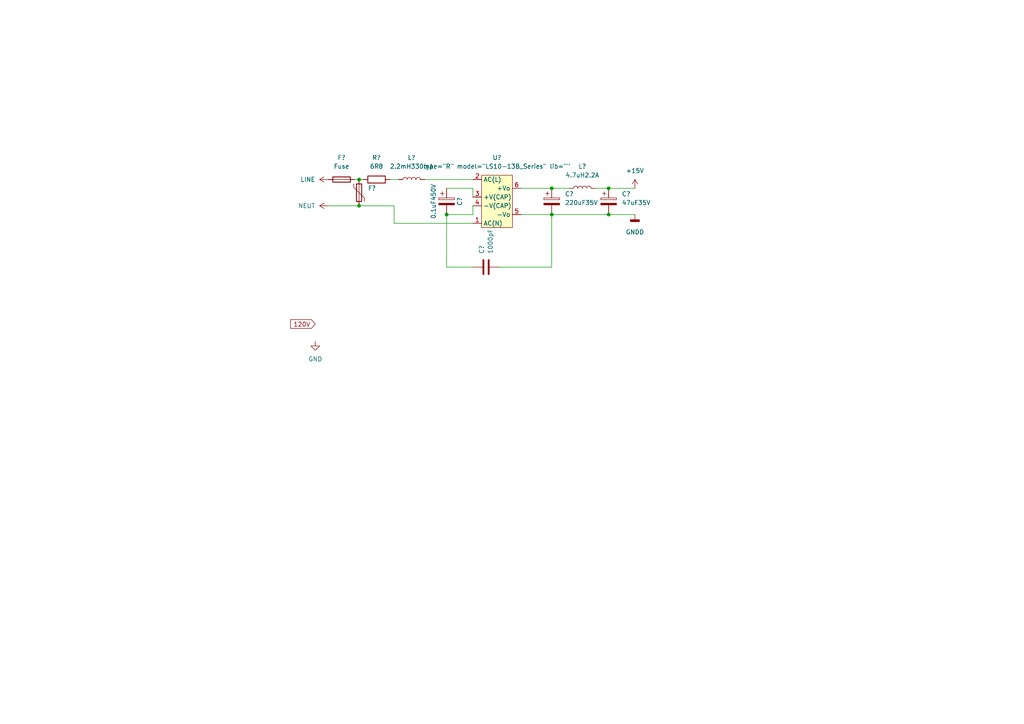
<source format=kicad_sch>
(kicad_sch (version 20211123) (generator eeschema)

  (uuid 5351dcba-0af2-4735-b476-123c2e2acf45)

  (paper "A4")

  (lib_symbols
    (symbol "Converter_ACDC:LS10-13B_Series" (in_bom yes) (on_board yes)
      (property "Reference" "U" (id 0) (at -7.62 -6.35 0)
        (effects (font (size 1.27 1.27)))
      )
      (property "Value" "LS10-13B_Series" (id 1) (at -12.7 8.89 0)
        (effects (font (size 1.27 1.27)))
      )
      (property "Footprint" "Converter_ACDC:Converter_ACDC_Mornsun_LS03-13B_series" (id 2) (at -17.78 20.32 0)
        (effects (font (size 1.27 1.27)) hide)
      )
      (property "Datasheet" "https://www.mornsun-power.com/html/pdf/LS10-13B15R3.html" (id 3) (at -15.24 16.51 0)
        (effects (font (size 1.27 1.27)) hide)
      )
      (property "Spice_Primitive" "R" (id 4) (at -7.62 -11.43 0)
        (effects (font (size 1.27 1.27)) hide)
      )
      (property "Spice_Netlist_Enabled" "N" (id 5) (at -7.62 -8.89 0)
        (effects (font (size 1.27 1.27)) hide)
      )
      (property "Link" "https://www.digikey.com/en/products/detail/mornsun-america-llc/LS10-13B15R3/13531094" (id 6) (at -16.51 12.7 0)
        (effects (font (size 1.27 1.27)) hide)
      )
      (symbol "LS10-13B_Series_0_1"
        (rectangle (start -17.78 7.62) (end -8.89 -7.62)
          (stroke (width 0) (type default) (color 0 0 0 0))
          (fill (type background))
        )
      )
      (symbol "LS10-13B_Series_1_1"
        (pin power_in line (at -20.32 -6.35 0) (length 2.54)
          (name "AC(N)" (effects (font (size 1.27 1.27))))
          (number "1" (effects (font (size 1.27 1.27))))
        )
        (pin power_in line (at -20.32 6.35 0) (length 2.54)
          (name "AC(L)" (effects (font (size 1.27 1.27))))
          (number "2" (effects (font (size 1.27 1.27))))
        )
        (pin passive line (at -20.32 1.27 0) (length 2.54)
          (name "+V(CAP)" (effects (font (size 1.27 1.27))))
          (number "3" (effects (font (size 1.27 1.27))))
        )
        (pin passive line (at -20.32 -1.27 0) (length 2.54)
          (name "-V(CAP)" (effects (font (size 1.27 1.27))))
          (number "4" (effects (font (size 1.27 1.27))))
        )
        (pin power_out line (at -6.35 -3.81 180) (length 2.54)
          (name "-Vo" (effects (font (size 1.27 1.27))))
          (number "5" (effects (font (size 1.27 1.27))))
        )
        (pin power_out line (at -6.35 3.81 180) (length 2.54)
          (name "+Vo" (effects (font (size 1.27 1.27))))
          (number "6" (effects (font (size 1.27 1.27))))
        )
      )
    )
    (symbol "Device:C" (pin_numbers hide) (pin_names (offset 0.254)) (in_bom yes) (on_board yes)
      (property "Reference" "C" (id 0) (at 0.635 2.54 0)
        (effects (font (size 1.27 1.27)) (justify left))
      )
      (property "Value" "C" (id 1) (at 0.635 -2.54 0)
        (effects (font (size 1.27 1.27)) (justify left))
      )
      (property "Footprint" "" (id 2) (at 0.9652 -3.81 0)
        (effects (font (size 1.27 1.27)) hide)
      )
      (property "Datasheet" "~" (id 3) (at 0 0 0)
        (effects (font (size 1.27 1.27)) hide)
      )
      (property "ki_keywords" "cap capacitor" (id 4) (at 0 0 0)
        (effects (font (size 1.27 1.27)) hide)
      )
      (property "ki_description" "Unpolarized capacitor" (id 5) (at 0 0 0)
        (effects (font (size 1.27 1.27)) hide)
      )
      (property "ki_fp_filters" "C_*" (id 6) (at 0 0 0)
        (effects (font (size 1.27 1.27)) hide)
      )
      (symbol "C_0_1"
        (polyline
          (pts
            (xy -2.032 -0.762)
            (xy 2.032 -0.762)
          )
          (stroke (width 0.508) (type default) (color 0 0 0 0))
          (fill (type none))
        )
        (polyline
          (pts
            (xy -2.032 0.762)
            (xy 2.032 0.762)
          )
          (stroke (width 0.508) (type default) (color 0 0 0 0))
          (fill (type none))
        )
      )
      (symbol "C_1_1"
        (pin passive line (at 0 3.81 270) (length 2.794)
          (name "~" (effects (font (size 1.27 1.27))))
          (number "1" (effects (font (size 1.27 1.27))))
        )
        (pin passive line (at 0 -3.81 90) (length 2.794)
          (name "~" (effects (font (size 1.27 1.27))))
          (number "2" (effects (font (size 1.27 1.27))))
        )
      )
    )
    (symbol "Device:C_Polarized" (pin_numbers hide) (pin_names (offset 0.254)) (in_bom yes) (on_board yes)
      (property "Reference" "C" (id 0) (at 0.635 2.54 0)
        (effects (font (size 1.27 1.27)) (justify left))
      )
      (property "Value" "C_Polarized" (id 1) (at 0.635 -2.54 0)
        (effects (font (size 1.27 1.27)) (justify left))
      )
      (property "Footprint" "" (id 2) (at 0.9652 -3.81 0)
        (effects (font (size 1.27 1.27)) hide)
      )
      (property "Datasheet" "~" (id 3) (at 0 0 0)
        (effects (font (size 1.27 1.27)) hide)
      )
      (property "ki_keywords" "cap capacitor" (id 4) (at 0 0 0)
        (effects (font (size 1.27 1.27)) hide)
      )
      (property "ki_description" "Polarized capacitor" (id 5) (at 0 0 0)
        (effects (font (size 1.27 1.27)) hide)
      )
      (property "ki_fp_filters" "CP_*" (id 6) (at 0 0 0)
        (effects (font (size 1.27 1.27)) hide)
      )
      (symbol "C_Polarized_0_1"
        (rectangle (start -2.286 0.508) (end 2.286 1.016)
          (stroke (width 0) (type default) (color 0 0 0 0))
          (fill (type none))
        )
        (polyline
          (pts
            (xy -1.778 2.286)
            (xy -0.762 2.286)
          )
          (stroke (width 0) (type default) (color 0 0 0 0))
          (fill (type none))
        )
        (polyline
          (pts
            (xy -1.27 2.794)
            (xy -1.27 1.778)
          )
          (stroke (width 0) (type default) (color 0 0 0 0))
          (fill (type none))
        )
        (rectangle (start 2.286 -0.508) (end -2.286 -1.016)
          (stroke (width 0) (type default) (color 0 0 0 0))
          (fill (type outline))
        )
      )
      (symbol "C_Polarized_1_1"
        (pin passive line (at 0 3.81 270) (length 2.794)
          (name "~" (effects (font (size 1.27 1.27))))
          (number "1" (effects (font (size 1.27 1.27))))
        )
        (pin passive line (at 0 -3.81 90) (length 2.794)
          (name "~" (effects (font (size 1.27 1.27))))
          (number "2" (effects (font (size 1.27 1.27))))
        )
      )
    )
    (symbol "Device:Fuse" (pin_numbers hide) (pin_names (offset 0)) (in_bom yes) (on_board yes)
      (property "Reference" "F" (id 0) (at 2.032 0 90)
        (effects (font (size 1.27 1.27)))
      )
      (property "Value" "Fuse" (id 1) (at -1.905 0 90)
        (effects (font (size 1.27 1.27)))
      )
      (property "Footprint" "" (id 2) (at -1.778 0 90)
        (effects (font (size 1.27 1.27)) hide)
      )
      (property "Datasheet" "~" (id 3) (at 0 0 0)
        (effects (font (size 1.27 1.27)) hide)
      )
      (property "ki_keywords" "fuse" (id 4) (at 0 0 0)
        (effects (font (size 1.27 1.27)) hide)
      )
      (property "ki_description" "Fuse" (id 5) (at 0 0 0)
        (effects (font (size 1.27 1.27)) hide)
      )
      (property "ki_fp_filters" "*Fuse*" (id 6) (at 0 0 0)
        (effects (font (size 1.27 1.27)) hide)
      )
      (symbol "Fuse_0_1"
        (rectangle (start -0.762 -2.54) (end 0.762 2.54)
          (stroke (width 0.254) (type default) (color 0 0 0 0))
          (fill (type none))
        )
        (polyline
          (pts
            (xy 0 2.54)
            (xy 0 -2.54)
          )
          (stroke (width 0) (type default) (color 0 0 0 0))
          (fill (type none))
        )
      )
      (symbol "Fuse_1_1"
        (pin passive line (at 0 3.81 270) (length 1.27)
          (name "~" (effects (font (size 1.27 1.27))))
          (number "1" (effects (font (size 1.27 1.27))))
        )
        (pin passive line (at 0 -3.81 90) (length 1.27)
          (name "~" (effects (font (size 1.27 1.27))))
          (number "2" (effects (font (size 1.27 1.27))))
        )
      )
    )
    (symbol "Device:L" (pin_numbers hide) (pin_names (offset 1.016) hide) (in_bom yes) (on_board yes)
      (property "Reference" "L" (id 0) (at -1.27 0 90)
        (effects (font (size 1.27 1.27)))
      )
      (property "Value" "L" (id 1) (at 1.905 0 90)
        (effects (font (size 1.27 1.27)))
      )
      (property "Footprint" "" (id 2) (at 0 0 0)
        (effects (font (size 1.27 1.27)) hide)
      )
      (property "Datasheet" "~" (id 3) (at 0 0 0)
        (effects (font (size 1.27 1.27)) hide)
      )
      (property "ki_keywords" "inductor choke coil reactor magnetic" (id 4) (at 0 0 0)
        (effects (font (size 1.27 1.27)) hide)
      )
      (property "ki_description" "Inductor" (id 5) (at 0 0 0)
        (effects (font (size 1.27 1.27)) hide)
      )
      (property "ki_fp_filters" "Choke_* *Coil* Inductor_* L_*" (id 6) (at 0 0 0)
        (effects (font (size 1.27 1.27)) hide)
      )
      (symbol "L_0_1"
        (arc (start 0 -2.54) (mid 0.635 -1.905) (end 0 -1.27)
          (stroke (width 0) (type default) (color 0 0 0 0))
          (fill (type none))
        )
        (arc (start 0 -1.27) (mid 0.635 -0.635) (end 0 0)
          (stroke (width 0) (type default) (color 0 0 0 0))
          (fill (type none))
        )
        (arc (start 0 0) (mid 0.635 0.635) (end 0 1.27)
          (stroke (width 0) (type default) (color 0 0 0 0))
          (fill (type none))
        )
        (arc (start 0 1.27) (mid 0.635 1.905) (end 0 2.54)
          (stroke (width 0) (type default) (color 0 0 0 0))
          (fill (type none))
        )
      )
      (symbol "L_1_1"
        (pin passive line (at 0 3.81 270) (length 1.27)
          (name "1" (effects (font (size 1.27 1.27))))
          (number "1" (effects (font (size 1.27 1.27))))
        )
        (pin passive line (at 0 -3.81 90) (length 1.27)
          (name "2" (effects (font (size 1.27 1.27))))
          (number "2" (effects (font (size 1.27 1.27))))
        )
      )
    )
    (symbol "Device:Polyfuse" (pin_numbers hide) (pin_names (offset 0)) (in_bom yes) (on_board yes)
      (property "Reference" "F" (id 0) (at -2.54 0 90)
        (effects (font (size 1.27 1.27)))
      )
      (property "Value" "Polyfuse" (id 1) (at 2.54 0 90)
        (effects (font (size 1.27 1.27)))
      )
      (property "Footprint" "" (id 2) (at 1.27 -5.08 0)
        (effects (font (size 1.27 1.27)) (justify left) hide)
      )
      (property "Datasheet" "~" (id 3) (at 0 0 0)
        (effects (font (size 1.27 1.27)) hide)
      )
      (property "ki_keywords" "resettable fuse PTC PPTC polyfuse polyswitch" (id 4) (at 0 0 0)
        (effects (font (size 1.27 1.27)) hide)
      )
      (property "ki_description" "Resettable fuse, polymeric positive temperature coefficient" (id 5) (at 0 0 0)
        (effects (font (size 1.27 1.27)) hide)
      )
      (property "ki_fp_filters" "*polyfuse* *PTC*" (id 6) (at 0 0 0)
        (effects (font (size 1.27 1.27)) hide)
      )
      (symbol "Polyfuse_0_1"
        (rectangle (start -0.762 2.54) (end 0.762 -2.54)
          (stroke (width 0.254) (type default) (color 0 0 0 0))
          (fill (type none))
        )
        (polyline
          (pts
            (xy 0 2.54)
            (xy 0 -2.54)
          )
          (stroke (width 0) (type default) (color 0 0 0 0))
          (fill (type none))
        )
        (polyline
          (pts
            (xy -1.524 2.54)
            (xy -1.524 1.524)
            (xy 1.524 -1.524)
            (xy 1.524 -2.54)
          )
          (stroke (width 0) (type default) (color 0 0 0 0))
          (fill (type none))
        )
      )
      (symbol "Polyfuse_1_1"
        (pin passive line (at 0 3.81 270) (length 1.27)
          (name "~" (effects (font (size 1.27 1.27))))
          (number "1" (effects (font (size 1.27 1.27))))
        )
        (pin passive line (at 0 -3.81 90) (length 1.27)
          (name "~" (effects (font (size 1.27 1.27))))
          (number "2" (effects (font (size 1.27 1.27))))
        )
      )
    )
    (symbol "Device:R" (pin_numbers hide) (pin_names (offset 0)) (in_bom yes) (on_board yes)
      (property "Reference" "R" (id 0) (at 2.032 0 90)
        (effects (font (size 1.27 1.27)))
      )
      (property "Value" "R" (id 1) (at 0 0 90)
        (effects (font (size 1.27 1.27)))
      )
      (property "Footprint" "" (id 2) (at -1.778 0 90)
        (effects (font (size 1.27 1.27)) hide)
      )
      (property "Datasheet" "~" (id 3) (at 0 0 0)
        (effects (font (size 1.27 1.27)) hide)
      )
      (property "ki_keywords" "R res resistor" (id 4) (at 0 0 0)
        (effects (font (size 1.27 1.27)) hide)
      )
      (property "ki_description" "Resistor" (id 5) (at 0 0 0)
        (effects (font (size 1.27 1.27)) hide)
      )
      (property "ki_fp_filters" "R_*" (id 6) (at 0 0 0)
        (effects (font (size 1.27 1.27)) hide)
      )
      (symbol "R_0_1"
        (rectangle (start -1.016 -2.54) (end 1.016 2.54)
          (stroke (width 0.254) (type default) (color 0 0 0 0))
          (fill (type none))
        )
      )
      (symbol "R_1_1"
        (pin passive line (at 0 3.81 270) (length 1.27)
          (name "~" (effects (font (size 1.27 1.27))))
          (number "1" (effects (font (size 1.27 1.27))))
        )
        (pin passive line (at 0 -3.81 90) (length 1.27)
          (name "~" (effects (font (size 1.27 1.27))))
          (number "2" (effects (font (size 1.27 1.27))))
        )
      )
    )
    (symbol "power:+15V" (power) (pin_names (offset 0)) (in_bom yes) (on_board yes)
      (property "Reference" "#PWR" (id 0) (at 0 -3.81 0)
        (effects (font (size 1.27 1.27)) hide)
      )
      (property "Value" "+15V" (id 1) (at 0 3.556 0)
        (effects (font (size 1.27 1.27)))
      )
      (property "Footprint" "" (id 2) (at 0 0 0)
        (effects (font (size 1.27 1.27)) hide)
      )
      (property "Datasheet" "" (id 3) (at 0 0 0)
        (effects (font (size 1.27 1.27)) hide)
      )
      (property "ki_keywords" "power-flag" (id 4) (at 0 0 0)
        (effects (font (size 1.27 1.27)) hide)
      )
      (property "ki_description" "Power symbol creates a global label with name \"+15V\"" (id 5) (at 0 0 0)
        (effects (font (size 1.27 1.27)) hide)
      )
      (symbol "+15V_0_1"
        (polyline
          (pts
            (xy -0.762 1.27)
            (xy 0 2.54)
          )
          (stroke (width 0) (type default) (color 0 0 0 0))
          (fill (type none))
        )
        (polyline
          (pts
            (xy 0 0)
            (xy 0 2.54)
          )
          (stroke (width 0) (type default) (color 0 0 0 0))
          (fill (type none))
        )
        (polyline
          (pts
            (xy 0 2.54)
            (xy 0.762 1.27)
          )
          (stroke (width 0) (type default) (color 0 0 0 0))
          (fill (type none))
        )
      )
      (symbol "+15V_1_1"
        (pin power_in line (at 0 0 90) (length 0) hide
          (name "+15V" (effects (font (size 1.27 1.27))))
          (number "1" (effects (font (size 1.27 1.27))))
        )
      )
    )
    (symbol "power:GND" (power) (pin_names (offset 0)) (in_bom yes) (on_board yes)
      (property "Reference" "#PWR" (id 0) (at 0 -6.35 0)
        (effects (font (size 1.27 1.27)) hide)
      )
      (property "Value" "GND" (id 1) (at 0 -3.81 0)
        (effects (font (size 1.27 1.27)))
      )
      (property "Footprint" "" (id 2) (at 0 0 0)
        (effects (font (size 1.27 1.27)) hide)
      )
      (property "Datasheet" "" (id 3) (at 0 0 0)
        (effects (font (size 1.27 1.27)) hide)
      )
      (property "ki_keywords" "power-flag" (id 4) (at 0 0 0)
        (effects (font (size 1.27 1.27)) hide)
      )
      (property "ki_description" "Power symbol creates a global label with name \"GND\" , ground" (id 5) (at 0 0 0)
        (effects (font (size 1.27 1.27)) hide)
      )
      (symbol "GND_0_1"
        (polyline
          (pts
            (xy 0 0)
            (xy 0 -1.27)
            (xy 1.27 -1.27)
            (xy 0 -2.54)
            (xy -1.27 -1.27)
            (xy 0 -1.27)
          )
          (stroke (width 0) (type default) (color 0 0 0 0))
          (fill (type none))
        )
      )
      (symbol "GND_1_1"
        (pin power_in line (at 0 0 270) (length 0) hide
          (name "GND" (effects (font (size 1.27 1.27))))
          (number "1" (effects (font (size 1.27 1.27))))
        )
      )
    )
    (symbol "power:GNDD" (power) (pin_names (offset 0)) (in_bom yes) (on_board yes)
      (property "Reference" "#PWR" (id 0) (at 0 -6.35 0)
        (effects (font (size 1.27 1.27)) hide)
      )
      (property "Value" "GNDD" (id 1) (at 0 -3.175 0)
        (effects (font (size 1.27 1.27)))
      )
      (property "Footprint" "" (id 2) (at 0 0 0)
        (effects (font (size 1.27 1.27)) hide)
      )
      (property "Datasheet" "" (id 3) (at 0 0 0)
        (effects (font (size 1.27 1.27)) hide)
      )
      (property "ki_keywords" "power-flag" (id 4) (at 0 0 0)
        (effects (font (size 1.27 1.27)) hide)
      )
      (property "ki_description" "Power symbol creates a global label with name \"GNDD\" , digital ground" (id 5) (at 0 0 0)
        (effects (font (size 1.27 1.27)) hide)
      )
      (symbol "GNDD_0_1"
        (rectangle (start -1.27 -1.524) (end 1.27 -2.032)
          (stroke (width 0.254) (type default) (color 0 0 0 0))
          (fill (type outline))
        )
        (polyline
          (pts
            (xy 0 0)
            (xy 0 -1.524)
          )
          (stroke (width 0) (type default) (color 0 0 0 0))
          (fill (type none))
        )
      )
      (symbol "GNDD_1_1"
        (pin power_in line (at 0 0 270) (length 0) hide
          (name "GNDD" (effects (font (size 1.27 1.27))))
          (number "1" (effects (font (size 1.27 1.27))))
        )
      )
    )
    (symbol "power:LINE" (power) (pin_names (offset 0)) (in_bom yes) (on_board yes)
      (property "Reference" "#PWR" (id 0) (at 0 -3.81 0)
        (effects (font (size 1.27 1.27)) hide)
      )
      (property "Value" "LINE" (id 1) (at 0 3.81 0)
        (effects (font (size 1.27 1.27)))
      )
      (property "Footprint" "" (id 2) (at 0 0 0)
        (effects (font (size 1.27 1.27)) hide)
      )
      (property "Datasheet" "" (id 3) (at 0 0 0)
        (effects (font (size 1.27 1.27)) hide)
      )
      (property "ki_keywords" "power-flag" (id 4) (at 0 0 0)
        (effects (font (size 1.27 1.27)) hide)
      )
      (property "ki_description" "Power symbol creates a global label with name \"LINE\"" (id 5) (at 0 0 0)
        (effects (font (size 1.27 1.27)) hide)
      )
      (symbol "LINE_0_1"
        (polyline
          (pts
            (xy -0.762 1.27)
            (xy 0 2.54)
          )
          (stroke (width 0) (type default) (color 0 0 0 0))
          (fill (type none))
        )
        (polyline
          (pts
            (xy 0 0)
            (xy 0 2.54)
          )
          (stroke (width 0) (type default) (color 0 0 0 0))
          (fill (type none))
        )
        (polyline
          (pts
            (xy 0 2.54)
            (xy 0.762 1.27)
          )
          (stroke (width 0) (type default) (color 0 0 0 0))
          (fill (type none))
        )
      )
      (symbol "LINE_1_1"
        (pin power_in line (at 0 0 90) (length 0) hide
          (name "LINE" (effects (font (size 1.27 1.27))))
          (number "1" (effects (font (size 1.27 1.27))))
        )
      )
    )
    (symbol "power:NEUT" (power) (pin_names (offset 0)) (in_bom yes) (on_board yes)
      (property "Reference" "#PWR" (id 0) (at 0 -3.81 0)
        (effects (font (size 1.27 1.27)) hide)
      )
      (property "Value" "NEUT" (id 1) (at 0 3.81 0)
        (effects (font (size 1.27 1.27)))
      )
      (property "Footprint" "" (id 2) (at 0 0 0)
        (effects (font (size 1.27 1.27)) hide)
      )
      (property "Datasheet" "" (id 3) (at 0 0 0)
        (effects (font (size 1.27 1.27)) hide)
      )
      (property "ki_keywords" "power-flag" (id 4) (at 0 0 0)
        (effects (font (size 1.27 1.27)) hide)
      )
      (property "ki_description" "Power symbol creates a global label with name \"NEUT\"" (id 5) (at 0 0 0)
        (effects (font (size 1.27 1.27)) hide)
      )
      (symbol "NEUT_0_1"
        (polyline
          (pts
            (xy -0.762 1.27)
            (xy 0 2.54)
          )
          (stroke (width 0) (type default) (color 0 0 0 0))
          (fill (type none))
        )
        (polyline
          (pts
            (xy 0 0)
            (xy 0 2.54)
          )
          (stroke (width 0) (type default) (color 0 0 0 0))
          (fill (type none))
        )
        (polyline
          (pts
            (xy 0 2.54)
            (xy 0.762 1.27)
          )
          (stroke (width 0) (type default) (color 0 0 0 0))
          (fill (type none))
        )
      )
      (symbol "NEUT_1_1"
        (pin power_in line (at 0 0 90) (length 0) hide
          (name "NEUT" (effects (font (size 1.27 1.27))))
          (number "1" (effects (font (size 1.27 1.27))))
        )
      )
    )
  )

  (junction (at 160.02 62.23) (diameter 0) (color 0 0 0 0)
    (uuid 0cfb2560-da52-4013-9806-f6f00d5b2289)
  )
  (junction (at 176.53 62.23) (diameter 0) (color 0 0 0 0)
    (uuid 3f963920-a1b8-436b-b1d1-a1baaa1473c8)
  )
  (junction (at 160.02 54.61) (diameter 0) (color 0 0 0 0)
    (uuid 43cf2b5b-1992-4b98-a0fa-c3415c358618)
  )
  (junction (at 129.54 62.23) (diameter 0) (color 0 0 0 0)
    (uuid 647493d2-1b05-4f8b-8590-f4386386885b)
  )
  (junction (at 176.53 54.61) (diameter 0) (color 0 0 0 0)
    (uuid 6912bf5c-48ae-43de-bc31-5035f6de7243)
  )
  (junction (at 104.14 52.07) (diameter 0) (color 0 0 0 0)
    (uuid 74764cd9-f919-4ef8-a8f4-7d3e7d47e0be)
  )
  (junction (at 104.14 59.69) (diameter 0) (color 0 0 0 0)
    (uuid f29a8a32-7b36-4aed-a462-2c83e2d9b8d3)
  )

  (wire (pts (xy 137.16 59.69) (xy 137.16 62.23))
    (stroke (width 0) (type default) (color 0 0 0 0))
    (uuid 0fc43d62-0505-47e0-bcd5-9729dcd7f6d0)
  )
  (wire (pts (xy 151.13 54.61) (xy 160.02 54.61))
    (stroke (width 0) (type default) (color 0 0 0 0))
    (uuid 1256a80e-88d9-44d7-82b6-9001e34c45c4)
  )
  (wire (pts (xy 104.14 59.69) (xy 114.3 59.69))
    (stroke (width 0) (type default) (color 0 0 0 0))
    (uuid 17013614-3290-4eb5-8d9a-c81f67195cc5)
  )
  (wire (pts (xy 144.78 77.47) (xy 160.02 77.47))
    (stroke (width 0) (type default) (color 0 0 0 0))
    (uuid 1ecccdd1-9e88-4392-aa86-bae8edfb8b63)
  )
  (wire (pts (xy 176.53 62.23) (xy 184.15 62.23))
    (stroke (width 0) (type default) (color 0 0 0 0))
    (uuid 284d29c5-8e8b-411c-b679-43793d070642)
  )
  (wire (pts (xy 95.25 59.69) (xy 104.14 59.69))
    (stroke (width 0) (type default) (color 0 0 0 0))
    (uuid 35e11628-7b19-4f5a-bbf6-7106dc26f4de)
  )
  (wire (pts (xy 160.02 62.23) (xy 176.53 62.23))
    (stroke (width 0) (type default) (color 0 0 0 0))
    (uuid 431b8317-0521-4853-9c8a-a9108749bb4b)
  )
  (wire (pts (xy 129.54 54.61) (xy 137.16 54.61))
    (stroke (width 0) (type default) (color 0 0 0 0))
    (uuid 4970e29f-d8cd-40a2-abbd-f11f2c8790d0)
  )
  (wire (pts (xy 129.54 62.23) (xy 129.54 77.47))
    (stroke (width 0) (type default) (color 0 0 0 0))
    (uuid 4c077f56-8bad-49f1-ad92-441400ff65d1)
  )
  (wire (pts (xy 160.02 54.61) (xy 165.1 54.61))
    (stroke (width 0) (type default) (color 0 0 0 0))
    (uuid 4f1b274c-812a-4512-8225-1735439c0fa9)
  )
  (wire (pts (xy 102.87 52.07) (xy 104.14 52.07))
    (stroke (width 0) (type default) (color 0 0 0 0))
    (uuid 5be840f9-a4ff-48ff-92ab-333689b036f6)
  )
  (wire (pts (xy 176.53 54.61) (xy 184.15 54.61))
    (stroke (width 0) (type default) (color 0 0 0 0))
    (uuid 6263a6a7-6d6a-4c09-971b-07bef7f4e627)
  )
  (wire (pts (xy 160.02 77.47) (xy 160.02 62.23))
    (stroke (width 0) (type default) (color 0 0 0 0))
    (uuid 62f965a5-2813-42c4-bab0-447ff264928b)
  )
  (wire (pts (xy 151.13 62.23) (xy 160.02 62.23))
    (stroke (width 0) (type default) (color 0 0 0 0))
    (uuid 6929c0b4-f877-4780-8618-befd4f823f32)
  )
  (wire (pts (xy 123.19 52.07) (xy 137.16 52.07))
    (stroke (width 0) (type default) (color 0 0 0 0))
    (uuid 6ad184bb-e555-4ec6-927f-781cd197326b)
  )
  (wire (pts (xy 129.54 77.47) (xy 137.16 77.47))
    (stroke (width 0) (type default) (color 0 0 0 0))
    (uuid 7b7286e1-f377-448b-9af0-336a0f531b69)
  )
  (wire (pts (xy 129.54 62.23) (xy 137.16 62.23))
    (stroke (width 0) (type default) (color 0 0 0 0))
    (uuid 873ecb98-fbe3-4440-b4a5-01213cac00fe)
  )
  (wire (pts (xy 114.3 64.77) (xy 137.16 64.77))
    (stroke (width 0) (type default) (color 0 0 0 0))
    (uuid 93824d17-a879-47a9-bec9-432c057d213f)
  )
  (wire (pts (xy 137.16 57.15) (xy 137.16 54.61))
    (stroke (width 0) (type default) (color 0 0 0 0))
    (uuid bbdfd759-e28d-4009-900d-73ae966290c6)
  )
  (wire (pts (xy 114.3 64.77) (xy 114.3 59.69))
    (stroke (width 0) (type default) (color 0 0 0 0))
    (uuid bcfcc0a8-fa52-4804-9162-b79bc6498528)
  )
  (wire (pts (xy 113.03 52.07) (xy 115.57 52.07))
    (stroke (width 0) (type default) (color 0 0 0 0))
    (uuid bdde1417-5fbf-48f4-9a66-0068ea7cc27b)
  )
  (wire (pts (xy 104.14 52.07) (xy 105.41 52.07))
    (stroke (width 0) (type default) (color 0 0 0 0))
    (uuid c6882d8f-3281-47f3-8635-b5e4d1e3e926)
  )
  (wire (pts (xy 172.72 54.61) (xy 176.53 54.61))
    (stroke (width 0) (type default) (color 0 0 0 0))
    (uuid f5cd78fb-f7f5-421f-a72b-0b9a8c1f43d8)
  )

  (global_label "120V" (shape input) (at 91.44 93.98 180) (fields_autoplaced)
    (effects (font (size 1.27 1.27)) (justify right))
    (uuid b49b0239-1eb6-460f-81aa-10f76470d77b)
    (property "Intersheet References" "${INTERSHEET_REFS}" (id 0) (at 84.3098 94.0594 0)
      (effects (font (size 1.27 1.27)) (justify right) hide)
    )
  )

  (symbol (lib_id "power:GND") (at 91.44 99.06 0) (unit 1)
    (in_bom yes) (on_board yes) (fields_autoplaced)
    (uuid 0933a539-7bcd-44cb-9ae2-b7466d6f552a)
    (property "Reference" "#PWR?" (id 0) (at 91.44 105.41 0)
      (effects (font (size 1.27 1.27)) hide)
    )
    (property "Value" "GND" (id 1) (at 91.44 104.14 0))
    (property "Footprint" "" (id 2) (at 91.44 99.06 0)
      (effects (font (size 1.27 1.27)) hide)
    )
    (property "Datasheet" "" (id 3) (at 91.44 99.06 0)
      (effects (font (size 1.27 1.27)) hide)
    )
    (pin "1" (uuid ac25a1be-f512-4a0f-9519-c3cc6add371c))
  )

  (symbol (lib_id "Device:Fuse") (at 99.06 52.07 90) (unit 1)
    (in_bom yes) (on_board yes) (fields_autoplaced)
    (uuid 11a21cdf-5321-49ea-af3d-694e3555d343)
    (property "Reference" "F?" (id 0) (at 99.06 45.72 90))
    (property "Value" "Fuse" (id 1) (at 99.06 48.26 90))
    (property "Footprint" "Fuse:Fuse_Littelfuse_395Series" (id 2) (at 99.06 53.848 90)
      (effects (font (size 1.27 1.27)) hide)
    )
    (property "Datasheet" "https://www.belfuse.com/resources/datasheets/circuitprotection/ds-cp-0697w-series.pdf" (id 3) (at 99.06 52.07 0)
      (effects (font (size 1.27 1.27)) hide)
    )
    (property "Link" "https://www.digikey.com/en/products/detail/bel-fuse-inc/RSTA-2-BULK/4968135" (id 4) (at 99.06 52.07 90)
      (effects (font (size 1.27 1.27)) hide)
    )
    (pin "1" (uuid 2877f860-02f1-4e35-af3d-e416d50336bb))
    (pin "2" (uuid c9d31f05-04e9-49d2-afc8-c724bf907fe6))
  )

  (symbol (lib_id "Device:C_Polarized") (at 176.53 58.42 0) (unit 1)
    (in_bom yes) (on_board yes) (fields_autoplaced)
    (uuid 219fa21d-d7c3-4d6c-b6a4-871c233fd4a2)
    (property "Reference" "C?" (id 0) (at 180.34 56.2609 0)
      (effects (font (size 1.27 1.27)) (justify left))
    )
    (property "Value" "47uF35V" (id 1) (at 180.34 58.8009 0)
      (effects (font (size 1.27 1.27)) (justify left))
    )
    (property "Footprint" "Capacitor_THT:CP_Radial_D8.0mm_P3.50mm" (id 2) (at 177.4952 62.23 0)
      (effects (font (size 1.27 1.27)) hide)
    )
    (property "Datasheet" "https://www.we-online.com/katalog/datasheet/860240574004.pdf" (id 3) (at 176.53 58.42 0)
      (effects (font (size 1.27 1.27)) hide)
    )
    (property "Link" "https://www.digikey.com/en/products/detail/w%C3%BCrth-elektronik/860240574004/5727549" (id 4) (at 176.53 58.42 0)
      (effects (font (size 1.27 1.27)) hide)
    )
    (pin "1" (uuid a2a7ddcf-f69f-43ec-93d5-d648c7632131))
    (pin "2" (uuid a7f99af1-08d1-407d-912a-02209d10263f))
  )

  (symbol (lib_id "Device:C_Polarized") (at 129.54 58.42 0) (unit 1)
    (in_bom yes) (on_board yes)
    (uuid 388d8966-638c-432f-8675-ddd7061b8087)
    (property "Reference" "C?" (id 0) (at 133.35 58.42 90))
    (property "Value" "0.1uF450V" (id 1) (at 125.73 58.42 90))
    (property "Footprint" "Capacitor_THT:CP_Radial_D12.5mm_P5.00mm" (id 2) (at 130.5052 62.23 0)
      (effects (font (size 1.27 1.27)) hide)
    )
    (property "Datasheet" "https://www.rubycon.co.jp/wp-content/uploads/catalog-aluminum/BXW.pdf" (id 3) (at 129.54 58.42 0)
      (effects (font (size 1.27 1.27)) hide)
    )
    (property "Link" "https://www.digikey.com/en/products/detail/rubycon/450BXW22MEFR12-5X20/5003146" (id 4) (at 129.54 58.42 90)
      (effects (font (size 1.27 1.27)) hide)
    )
    (pin "1" (uuid bd20a7bc-4226-415f-a010-4a81224c980d))
    (pin "2" (uuid 2a70ee4d-852f-45fb-a67e-1fc9a18ea1e3))
  )

  (symbol (lib_id "Converter_ACDC:LS10-13B_Series") (at 157.48 58.42 0) (unit 1)
    (in_bom yes) (on_board yes) (fields_autoplaced)
    (uuid 5b2b0403-9c3b-4892-a3fb-b458db1d139f)
    (property "Reference" "U?" (id 0) (at 144.145 45.72 0))
    (property "Value" "LS10-13B_Series" (id 1) (at 144.145 48.26 0))
    (property "Footprint" "Converter_ACDC:Converter_ACDC_Mornsun_LS03-13B_series" (id 2) (at 139.7 38.1 0)
      (effects (font (size 1.27 1.27)) hide)
    )
    (property "Datasheet" "https://www.mornsun-power.com/html/pdf/LS10-13B15R3.html" (id 3) (at 142.24 41.91 0)
      (effects (font (size 1.27 1.27)) hide)
    )
    (property "Spice_Primitive" "R" (id 4) (at 149.86 69.85 0)
      (effects (font (size 1.27 1.27)) hide)
    )
    (property "Spice_Netlist_Enabled" "N" (id 5) (at 149.86 67.31 0)
      (effects (font (size 1.27 1.27)) hide)
    )
    (property "Link" "https://www.digikey.com/en/products/detail/mornsun-america-llc/LS10-13B15R3/13531094" (id 6) (at 140.97 45.72 0)
      (effects (font (size 1.27 1.27)) hide)
    )
    (pin "1" (uuid db5673ba-a66d-4126-98c8-17cb1c087cf7))
    (pin "2" (uuid 28cda5c4-e00b-4361-89f2-1a530860a8ef))
    (pin "3" (uuid d45fd110-011b-4240-86f5-895f76b97c9f))
    (pin "4" (uuid c56e2fab-e9e5-4305-b68c-8c1800cfa9eb))
    (pin "5" (uuid 8bb07a1a-5b70-46c0-a69f-b517048e6f75))
    (pin "6" (uuid ba0b51f1-9b17-4867-9d94-f2a07dcc8b3a))
  )

  (symbol (lib_id "Device:L") (at 119.38 52.07 90) (unit 1)
    (in_bom yes) (on_board yes) (fields_autoplaced)
    (uuid 7b4e0206-a111-4521-a145-530f3fb98a2c)
    (property "Reference" "L?" (id 0) (at 119.38 45.72 90))
    (property "Value" "2.2mH330mA" (id 1) (at 119.38 48.26 90))
    (property "Footprint" "Inductor_THT:L_Radial_D12.0mm_P5.00mm_Fastron_11P" (id 2) (at 119.38 52.07 0)
      (effects (font (size 1.27 1.27)) hide)
    )
    (property "Datasheet" "https://www.bourns.com/docs/Product-Datasheets/rlb1112v4.pdf" (id 3) (at 119.38 52.07 0)
      (effects (font (size 1.27 1.27)) hide)
    )
    (property "Link" "https://www.digikey.com/en/products/detail/bourns-inc/RLB1112V4-222J/6236173" (id 4) (at 119.38 52.07 90)
      (effects (font (size 1.27 1.27)) hide)
    )
    (pin "1" (uuid 1daae2fb-00c1-4dba-8af2-9149a03edaa5))
    (pin "2" (uuid 73698fe3-9490-4bf7-af3f-d3eb04a550f5))
  )

  (symbol (lib_id "Device:C_Polarized") (at 160.02 58.42 0) (unit 1)
    (in_bom yes) (on_board yes) (fields_autoplaced)
    (uuid 933480fe-638a-4b60-989d-4c27c7b1f67c)
    (property "Reference" "C?" (id 0) (at 163.83 56.2609 0)
      (effects (font (size 1.27 1.27)) (justify left))
    )
    (property "Value" "220uF35V" (id 1) (at 163.83 58.8009 0)
      (effects (font (size 1.27 1.27)) (justify left))
    )
    (property "Footprint" "Capacitor_THT:CP_Radial_D8.0mm_P3.50mm" (id 2) (at 160.9852 62.23 0)
      (effects (font (size 1.27 1.27)) hide)
    )
    (property "Datasheet" "" (id 3) (at 160.02 58.42 0)
      (effects (font (size 1.27 1.27)) hide)
    )
    (property "Link" "https://www.digikey.com/en/products/detail/kemet/ESL227M035AG8AA/7427059" (id 4) (at 160.02 58.42 0)
      (effects (font (size 1.27 1.27)) hide)
    )
    (pin "1" (uuid 4d6b941d-9565-4642-9872-7046b964b9fa))
    (pin "2" (uuid 44aa8b26-7753-4570-af00-3003ebe7d7ac))
  )

  (symbol (lib_id "Device:R") (at 109.22 52.07 90) (unit 1)
    (in_bom yes) (on_board yes) (fields_autoplaced)
    (uuid 9accf7be-dc99-4abf-a978-43036b88638a)
    (property "Reference" "R?" (id 0) (at 109.22 45.72 90))
    (property "Value" "6R8" (id 1) (at 109.22 48.26 90))
    (property "Footprint" "Resistor_SMD:R_5329_13573Metric_Pad2.8x2" (id 2) (at 109.22 53.848 90)
      (effects (font (size 1.27 1.27)) hide)
    )
    (property "Datasheet" "https://www.te.com/commerce/DocumentDelivery/DDEController?Action=srchrtrv&DocNm=1773242&DocType=DS&DocLang=English" (id 3) (at 109.22 52.07 0)
      (effects (font (size 1.27 1.27)) hide)
    )
    (property "Link" "https://www.digikey.com/en/products/detail/te-connectivity-passive-product/SMW56R8FT/5588090" (id 4) (at 109.22 52.07 90)
      (effects (font (size 1.27 1.27)) hide)
    )
    (pin "1" (uuid 32dc6d8d-c273-4a1a-9b81-63a70aafcadd))
    (pin "2" (uuid 94912f67-2fb5-4e85-ab73-7301ec9b138c))
  )

  (symbol (lib_id "Device:L") (at 168.91 54.61 90) (unit 1)
    (in_bom yes) (on_board yes) (fields_autoplaced)
    (uuid a4d7147a-fc46-47ca-98be-46159682155d)
    (property "Reference" "L?" (id 0) (at 168.91 48.26 90))
    (property "Value" "4.7uH2.2A" (id 1) (at 168.91 50.8 90))
    (property "Footprint" "Inductor_SMD:L_5x5mm_4x1.5mm" (id 2) (at 168.91 54.61 0)
      (effects (font (size 1.27 1.27)) hide)
    )
    (property "Datasheet" "https://www.chilisin.com/upload/media/product/power/file/BWVS_Series.pdf" (id 3) (at 168.91 54.61 0)
      (effects (font (size 1.27 1.27)) hide)
    )
    (property "Link" "https://www.digikey.com/en/products/detail/pulse-electronics/BWVS005050204R7M00/12140985" (id 4) (at 168.91 54.61 90)
      (effects (font (size 1.27 1.27)) hide)
    )
    (pin "1" (uuid e4187d32-930c-4408-8e90-e3be1177acb9))
    (pin "2" (uuid 42c32e44-0170-4310-91de-bd73ab489e52))
  )

  (symbol (lib_id "power:+15V") (at 184.15 54.61 0) (unit 1)
    (in_bom yes) (on_board yes) (fields_autoplaced)
    (uuid a8b11a19-f471-4c28-9a2e-86f5d0709d3b)
    (property "Reference" "#PWR?" (id 0) (at 184.15 58.42 0)
      (effects (font (size 1.27 1.27)) hide)
    )
    (property "Value" "+15V" (id 1) (at 184.15 49.53 0))
    (property "Footprint" "" (id 2) (at 184.15 54.61 0)
      (effects (font (size 1.27 1.27)) hide)
    )
    (property "Datasheet" "" (id 3) (at 184.15 54.61 0)
      (effects (font (size 1.27 1.27)) hide)
    )
    (pin "1" (uuid 6a914704-dea5-4da9-8781-f31e2daa95a9))
  )

  (symbol (lib_id "power:LINE") (at 95.25 52.07 90) (unit 1)
    (in_bom yes) (on_board yes) (fields_autoplaced)
    (uuid ba47dc76-b2e4-443a-b0a0-ebdc29e415c2)
    (property "Reference" "#PWR?" (id 0) (at 99.06 52.07 0)
      (effects (font (size 1.27 1.27)) hide)
    )
    (property "Value" "LINE" (id 1) (at 91.44 52.0699 90)
      (effects (font (size 1.27 1.27)) (justify left))
    )
    (property "Footprint" "" (id 2) (at 95.25 52.07 0)
      (effects (font (size 1.27 1.27)) hide)
    )
    (property "Datasheet" "" (id 3) (at 95.25 52.07 0)
      (effects (font (size 1.27 1.27)) hide)
    )
    (pin "1" (uuid cac07428-9444-4181-ac96-f21fb0689390))
  )

  (symbol (lib_id "power:GNDD") (at 184.15 62.23 0) (unit 1)
    (in_bom yes) (on_board yes) (fields_autoplaced)
    (uuid d57c1cc5-7b97-4716-ac8b-cd4616480a40)
    (property "Reference" "#PWR?" (id 0) (at 184.15 68.58 0)
      (effects (font (size 1.27 1.27)) hide)
    )
    (property "Value" "GNDD" (id 1) (at 184.15 67.31 0))
    (property "Footprint" "" (id 2) (at 184.15 62.23 0)
      (effects (font (size 1.27 1.27)) hide)
    )
    (property "Datasheet" "" (id 3) (at 184.15 62.23 0)
      (effects (font (size 1.27 1.27)) hide)
    )
    (pin "1" (uuid 324ab761-7392-42bf-8220-e019d1218b8f))
  )

  (symbol (lib_id "power:NEUT") (at 95.25 59.69 90) (unit 1)
    (in_bom yes) (on_board yes) (fields_autoplaced)
    (uuid e666458d-5780-432b-933f-743c84ed7b8a)
    (property "Reference" "#PWR?" (id 0) (at 99.06 59.69 0)
      (effects (font (size 1.27 1.27)) hide)
    )
    (property "Value" "NEUT" (id 1) (at 91.44 59.6899 90)
      (effects (font (size 1.27 1.27)) (justify left))
    )
    (property "Footprint" "" (id 2) (at 95.25 59.69 0)
      (effects (font (size 1.27 1.27)) hide)
    )
    (property "Datasheet" "" (id 3) (at 95.25 59.69 0)
      (effects (font (size 1.27 1.27)) hide)
    )
    (pin "1" (uuid fe98ddbb-3bd6-4908-820b-9d9604ca157f))
  )

  (symbol (lib_id "Device:Polyfuse") (at 104.14 55.88 0) (unit 1)
    (in_bom yes) (on_board yes) (fields_autoplaced)
    (uuid eca0048b-2b09-428f-8b63-e3006d706758)
    (property "Reference" "F?" (id 0) (at 106.68 54.6099 0)
      (effects (font (size 1.27 1.27)) (justify left))
    )
    (property "Value" "MOV" (id 1) (at 106.68 57.1499 0)
      (effects (font (size 1.27 1.27)) (justify left) hide)
    )
    (property "Footprint" "Varistor:RV_Disc_D14mm_W15.6mm_P7.5mm" (id 2) (at 105.41 60.96 0)
      (effects (font (size 1.27 1.27)) (justify left) hide)
    )
    (property "Datasheet" "https://www.tdk-electronics.tdk.com/inf/70/db/var/SIOV_Leaded_StandarD.pdf?ref_disty=digikey" (id 3) (at 104.14 55.88 0)
      (effects (font (size 1.27 1.27)) hide)
    )
    (property "Link" "https://www.digikey.com/en/products/detail/epcos-tdk-electronics/B72214S0351K101/3500928" (id 4) (at 104.14 55.88 0)
      (effects (font (size 1.27 1.27)) hide)
    )
    (pin "1" (uuid 5af1f514-5fc3-4e6e-ad3b-cc02ad2afdf5))
    (pin "2" (uuid 0a926468-4a89-491a-abe0-872f2f3e5a88))
  )

  (symbol (lib_id "Device:C") (at 140.97 77.47 90) (unit 1)
    (in_bom yes) (on_board yes)
    (uuid ee8eccf2-b8d9-4ae5-a903-7648ec10d0f9)
    (property "Reference" "C?" (id 0) (at 139.7 73.66 0)
      (effects (font (size 1.27 1.27)) (justify left))
    )
    (property "Value" "1000pF" (id 1) (at 142.2399 73.66 0)
      (effects (font (size 1.27 1.27)) (justify left))
    )
    (property "Footprint" "Capacitor_THT:C_Disc_D11.0mm_W5.0mm_P10.00mm" (id 2) (at 144.78 76.5048 0)
      (effects (font (size 1.27 1.27)) hide)
    )
    (property "Datasheet" "https://product.tdk.com/en/system/files?file=dam/doc/product/capacitor/ceramic/lead-disc/catalog/leaddisc_commercial_cd45_en.pdf" (id 3) (at 140.97 77.47 0)
      (effects (font (size 1.27 1.27)) hide)
    )
    (property "Field4" "https://www.digikey.com/en/products/detail/tdk-corporation/CD45-E2GA102M-GKA/7383673" (id 4) (at 140.97 77.47 0)
      (effects (font (size 1.27 1.27)) hide)
    )
    (pin "1" (uuid aeb9a6ff-86e1-4a61-a4da-3ff1e6ef0d9d))
    (pin "2" (uuid 224376a8-427b-4602-be4a-50b961ad8b48))
  )
)

</source>
